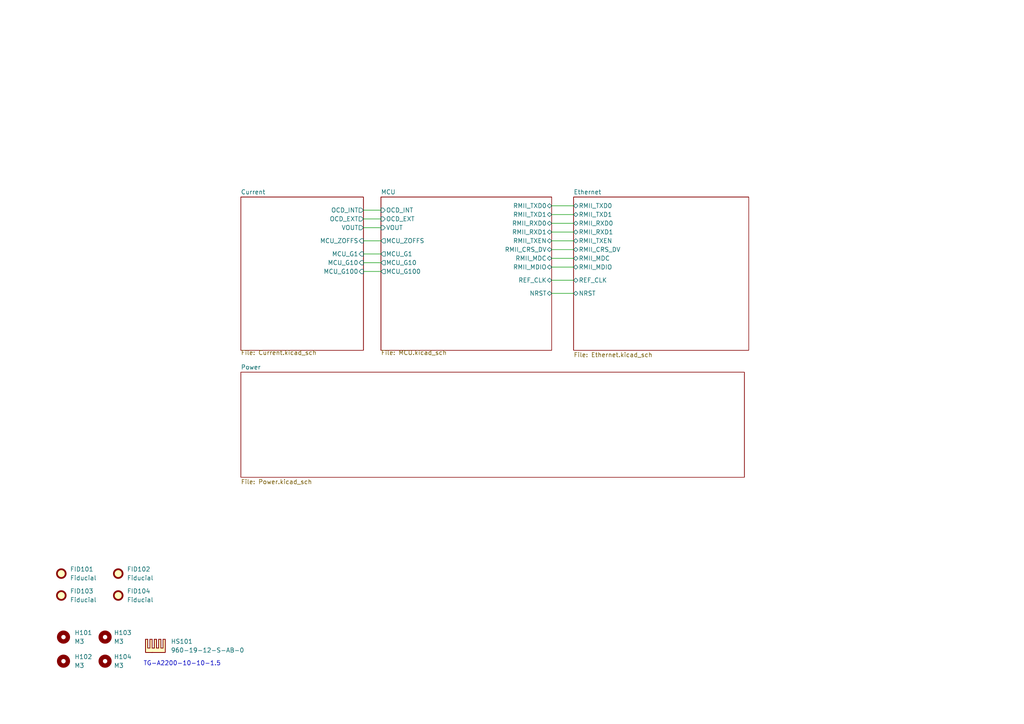
<source format=kicad_sch>
(kicad_sch
	(version 20231120)
	(generator "eeschema")
	(generator_version "8.0")
	(uuid "c9f88626-4b87-4d35-a77a-42f8d5451fae")
	(paper "A4")
	(lib_symbols
		(symbol "Mechanical:Fiducial"
			(exclude_from_sim no)
			(in_bom yes)
			(on_board yes)
			(property "Reference" "FID"
				(at 0 5.08 0)
				(effects
					(font
						(size 1.27 1.27)
					)
				)
			)
			(property "Value" "Fiducial"
				(at 0 3.175 0)
				(effects
					(font
						(size 1.27 1.27)
					)
				)
			)
			(property "Footprint" ""
				(at 0 0 0)
				(effects
					(font
						(size 1.27 1.27)
					)
					(hide yes)
				)
			)
			(property "Datasheet" "~"
				(at 0 0 0)
				(effects
					(font
						(size 1.27 1.27)
					)
					(hide yes)
				)
			)
			(property "Description" "Fiducial Marker"
				(at 0 0 0)
				(effects
					(font
						(size 1.27 1.27)
					)
					(hide yes)
				)
			)
			(property "ki_keywords" "fiducial marker"
				(at 0 0 0)
				(effects
					(font
						(size 1.27 1.27)
					)
					(hide yes)
				)
			)
			(property "ki_fp_filters" "Fiducial*"
				(at 0 0 0)
				(effects
					(font
						(size 1.27 1.27)
					)
					(hide yes)
				)
			)
			(symbol "Fiducial_0_1"
				(circle
					(center 0 0)
					(radius 1.27)
					(stroke
						(width 0.508)
						(type default)
					)
					(fill
						(type background)
					)
				)
			)
		)
		(symbol "Mechanical:Heatsink"
			(pin_names
				(offset 1.016)
			)
			(exclude_from_sim no)
			(in_bom yes)
			(on_board yes)
			(property "Reference" "HS"
				(at 0 5.08 0)
				(effects
					(font
						(size 1.27 1.27)
					)
				)
			)
			(property "Value" "Heatsink"
				(at 0 -1.27 0)
				(effects
					(font
						(size 1.27 1.27)
					)
				)
			)
			(property "Footprint" ""
				(at 0.3048 0 0)
				(effects
					(font
						(size 1.27 1.27)
					)
					(hide yes)
				)
			)
			(property "Datasheet" "~"
				(at 0.3048 0 0)
				(effects
					(font
						(size 1.27 1.27)
					)
					(hide yes)
				)
			)
			(property "Description" "Heatsink"
				(at 0 0 0)
				(effects
					(font
						(size 1.27 1.27)
					)
					(hide yes)
				)
			)
			(property "ki_keywords" "thermal heat temperature"
				(at 0 0 0)
				(effects
					(font
						(size 1.27 1.27)
					)
					(hide yes)
				)
			)
			(property "ki_fp_filters" "Heatsink_*"
				(at 0 0 0)
				(effects
					(font
						(size 1.27 1.27)
					)
					(hide yes)
				)
			)
			(symbol "Heatsink_0_1"
				(polyline
					(pts
						(xy -0.3302 1.27) (xy -0.9652 1.27) (xy -0.9652 3.81) (xy -1.6002 3.81) (xy -1.6002 1.27) (xy -2.2352 1.27)
						(xy -2.2352 3.81) (xy -2.8702 3.81) (xy -2.8702 0) (xy -0.9652 0)
					)
					(stroke
						(width 0.254)
						(type default)
					)
					(fill
						(type background)
					)
				)
				(polyline
					(pts
						(xy -0.3302 1.27) (xy -0.3302 3.81) (xy 0.3048 3.81) (xy 0.3048 1.27) (xy 0.9398 1.27) (xy 0.9398 3.81)
						(xy 1.5748 3.81) (xy 1.5748 1.27) (xy 2.2098 1.27) (xy 2.2098 3.81) (xy 2.8448 3.81) (xy 2.8448 0)
						(xy -0.9652 0)
					)
					(stroke
						(width 0.254)
						(type default)
					)
					(fill
						(type background)
					)
				)
			)
		)
		(symbol "Mechanical:MountingHole"
			(pin_names
				(offset 1.016)
			)
			(exclude_from_sim no)
			(in_bom yes)
			(on_board yes)
			(property "Reference" "H"
				(at 0 5.08 0)
				(effects
					(font
						(size 1.27 1.27)
					)
				)
			)
			(property "Value" "MountingHole"
				(at 0 3.175 0)
				(effects
					(font
						(size 1.27 1.27)
					)
				)
			)
			(property "Footprint" ""
				(at 0 0 0)
				(effects
					(font
						(size 1.27 1.27)
					)
					(hide yes)
				)
			)
			(property "Datasheet" "~"
				(at 0 0 0)
				(effects
					(font
						(size 1.27 1.27)
					)
					(hide yes)
				)
			)
			(property "Description" "Mounting Hole without connection"
				(at 0 0 0)
				(effects
					(font
						(size 1.27 1.27)
					)
					(hide yes)
				)
			)
			(property "ki_keywords" "mounting hole"
				(at 0 0 0)
				(effects
					(font
						(size 1.27 1.27)
					)
					(hide yes)
				)
			)
			(property "ki_fp_filters" "MountingHole*"
				(at 0 0 0)
				(effects
					(font
						(size 1.27 1.27)
					)
					(hide yes)
				)
			)
			(symbol "MountingHole_0_1"
				(circle
					(center 0 0)
					(radius 1.27)
					(stroke
						(width 1.27)
						(type default)
					)
					(fill
						(type none)
					)
				)
			)
		)
	)
	(wire
		(pts
			(xy 105.41 69.85) (xy 110.49 69.85)
		)
		(stroke
			(width 0)
			(type default)
		)
		(uuid "202bdd54-8d19-463c-837e-b85e384e2de7")
	)
	(wire
		(pts
			(xy 160.02 62.23) (xy 166.37 62.23)
		)
		(stroke
			(width 0)
			(type default)
		)
		(uuid "23a84b98-5c43-4be1-a573-6320ceb5bdde")
	)
	(wire
		(pts
			(xy 105.41 66.04) (xy 110.49 66.04)
		)
		(stroke
			(width 0)
			(type default)
		)
		(uuid "2bcceaf7-4f25-4f6a-86f3-6e8535f41130")
	)
	(wire
		(pts
			(xy 105.41 60.96) (xy 110.49 60.96)
		)
		(stroke
			(width 0)
			(type default)
		)
		(uuid "33375a79-3f3c-4a2c-98b6-f45cfdb5e0d1")
	)
	(wire
		(pts
			(xy 160.02 81.28) (xy 166.37 81.28)
		)
		(stroke
			(width 0)
			(type default)
		)
		(uuid "3a56f817-6952-4f4b-9845-7513e45cd4f5")
	)
	(wire
		(pts
			(xy 105.41 78.74) (xy 110.49 78.74)
		)
		(stroke
			(width 0)
			(type default)
		)
		(uuid "3cdc84fc-b43a-4197-8edb-9d1abe815ffa")
	)
	(wire
		(pts
			(xy 105.41 76.2) (xy 110.49 76.2)
		)
		(stroke
			(width 0)
			(type default)
		)
		(uuid "5c2062ff-5415-474f-ac74-579edce30286")
	)
	(wire
		(pts
			(xy 160.02 72.39) (xy 166.37 72.39)
		)
		(stroke
			(width 0)
			(type default)
		)
		(uuid "758aabef-a1bf-46ca-94ab-fcac048796e5")
	)
	(wire
		(pts
			(xy 160.02 69.85) (xy 166.37 69.85)
		)
		(stroke
			(width 0)
			(type default)
		)
		(uuid "7cb2f4a4-b3f9-4b27-9f30-f428eb3950b5")
	)
	(wire
		(pts
			(xy 105.41 63.5) (xy 110.49 63.5)
		)
		(stroke
			(width 0)
			(type default)
		)
		(uuid "923a02e0-6227-4e9f-ae75-bdaf89ce3c1c")
	)
	(wire
		(pts
			(xy 160.02 67.31) (xy 166.37 67.31)
		)
		(stroke
			(width 0)
			(type default)
		)
		(uuid "935dd96e-9e2c-4652-81a0-a19fb939382e")
	)
	(wire
		(pts
			(xy 105.41 73.66) (xy 110.49 73.66)
		)
		(stroke
			(width 0)
			(type default)
		)
		(uuid "b33317a9-ae1d-482d-8c45-e3fe2d6e9e29")
	)
	(wire
		(pts
			(xy 160.02 85.09) (xy 166.37 85.09)
		)
		(stroke
			(width 0)
			(type default)
		)
		(uuid "b34c7239-58da-4cd2-becc-68d6e3b8e367")
	)
	(wire
		(pts
			(xy 160.02 64.77) (xy 166.37 64.77)
		)
		(stroke
			(width 0)
			(type default)
		)
		(uuid "b8add09e-ade1-45a0-aa27-2c9a639019da")
	)
	(wire
		(pts
			(xy 160.02 77.47) (xy 166.37 77.47)
		)
		(stroke
			(width 0)
			(type default)
		)
		(uuid "d8133ea0-4be6-47a2-a7bb-371fc9f49148")
	)
	(wire
		(pts
			(xy 160.02 74.93) (xy 166.37 74.93)
		)
		(stroke
			(width 0)
			(type default)
		)
		(uuid "dbdc5aa6-d121-418b-a725-a1f6217394f2")
	)
	(wire
		(pts
			(xy 160.02 59.69) (xy 166.37 59.69)
		)
		(stroke
			(width 0)
			(type default)
		)
		(uuid "e765b1c5-b614-4a16-a5d0-34f7016a9dcc")
	)
	(text "TG-A2200-10-10-1.5"
		(exclude_from_sim no)
		(at 52.832 192.532 0)
		(effects
			(font
				(size 1.27 1.27)
			)
		)
		(uuid "e0c1f1b2-0bdc-4961-8b6a-1e1abf0d0d0b")
	)
	(symbol
		(lib_id "Mechanical:Fiducial")
		(at 34.29 166.37 0)
		(unit 1)
		(exclude_from_sim no)
		(in_bom no)
		(on_board yes)
		(dnp no)
		(fields_autoplaced yes)
		(uuid "4680722e-547c-42e0-96ad-699f9480c856")
		(property "Reference" "FID102"
			(at 36.83 165.0999 0)
			(effects
				(font
					(size 1.27 1.27)
				)
				(justify left)
			)
		)
		(property "Value" "Fiducial"
			(at 36.83 167.6399 0)
			(effects
				(font
					(size 1.27 1.27)
				)
				(justify left)
			)
		)
		(property "Footprint" "Fiducial:Fiducial_1.5mm_Mask3mm"
			(at 34.29 166.37 0)
			(effects
				(font
					(size 1.27 1.27)
				)
				(hide yes)
			)
		)
		(property "Datasheet" "~"
			(at 34.29 166.37 0)
			(effects
				(font
					(size 1.27 1.27)
				)
				(hide yes)
			)
		)
		(property "Description" "Fiducial Marker"
			(at 34.29 166.37 0)
			(effects
				(font
					(size 1.27 1.27)
				)
				(hide yes)
			)
		)
		(instances
			(project "ETH1HMSR-SMS"
				(path "/c9f88626-4b87-4d35-a77a-42f8d5451fae"
					(reference "FID102")
					(unit 1)
				)
			)
		)
	)
	(symbol
		(lib_id "Mechanical:MountingHole")
		(at 18.415 191.77 0)
		(unit 1)
		(exclude_from_sim no)
		(in_bom no)
		(on_board yes)
		(dnp no)
		(fields_autoplaced yes)
		(uuid "508b4510-acc4-495a-952e-4a3922327654")
		(property "Reference" "H102"
			(at 21.59 190.5 0)
			(effects
				(font
					(size 1.27 1.27)
				)
				(justify left)
			)
		)
		(property "Value" "M3"
			(at 21.59 193.04 0)
			(effects
				(font
					(size 1.27 1.27)
				)
				(justify left)
			)
		)
		(property "Footprint" "MountingHole:MountingHole_3.2mm_M3_DIN965"
			(at 18.415 191.77 0)
			(effects
				(font
					(size 1.27 1.27)
				)
				(hide yes)
			)
		)
		(property "Datasheet" "~"
			(at 18.415 191.77 0)
			(effects
				(font
					(size 1.27 1.27)
				)
				(hide yes)
			)
		)
		(property "Description" ""
			(at 18.415 191.77 0)
			(effects
				(font
					(size 1.27 1.27)
				)
				(hide yes)
			)
		)
		(instances
			(project "ETH1HMSR-SMS"
				(path "/c9f88626-4b87-4d35-a77a-42f8d5451fae"
					(reference "H102")
					(unit 1)
				)
			)
		)
	)
	(symbol
		(lib_id "Mechanical:Heatsink")
		(at 45.085 189.23 0)
		(unit 1)
		(exclude_from_sim no)
		(in_bom yes)
		(on_board yes)
		(dnp no)
		(fields_autoplaced yes)
		(uuid "6aa6577b-8aa0-42fa-9c74-f007e3854427")
		(property "Reference" "HS101"
			(at 49.53 186.055 0)
			(effects
				(font
					(size 1.27 1.27)
				)
				(justify left)
			)
		)
		(property "Value" "960-19-12-S-AB-0"
			(at 49.53 188.595 0)
			(effects
				(font
					(size 1.27 1.27)
				)
				(justify left)
			)
		)
		(property "Footprint" "ETH1HMSR-SMS:960-19-12-S-AB-0"
			(at 45.3898 189.23 0)
			(effects
				(font
					(size 1.27 1.27)
				)
				(hide yes)
			)
		)
		(property "Datasheet" "~"
			(at 45.3898 189.23 0)
			(effects
				(font
					(size 1.27 1.27)
				)
				(hide yes)
			)
		)
		(property "Description" ""
			(at 45.085 189.23 0)
			(effects
				(font
					(size 1.27 1.27)
				)
				(hide yes)
			)
		)
		(instances
			(project "ETH1HMSR-SMS"
				(path "/c9f88626-4b87-4d35-a77a-42f8d5451fae"
					(reference "HS101")
					(unit 1)
				)
			)
		)
	)
	(symbol
		(lib_id "Mechanical:Fiducial")
		(at 17.78 166.37 0)
		(unit 1)
		(exclude_from_sim no)
		(in_bom no)
		(on_board yes)
		(dnp no)
		(fields_autoplaced yes)
		(uuid "88e7e6f5-1390-454f-be4e-76d0a52e9b68")
		(property "Reference" "FID101"
			(at 20.32 165.0999 0)
			(effects
				(font
					(size 1.27 1.27)
				)
				(justify left)
			)
		)
		(property "Value" "Fiducial"
			(at 20.32 167.6399 0)
			(effects
				(font
					(size 1.27 1.27)
				)
				(justify left)
			)
		)
		(property "Footprint" "Fiducial:Fiducial_1.5mm_Mask3mm"
			(at 17.78 166.37 0)
			(effects
				(font
					(size 1.27 1.27)
				)
				(hide yes)
			)
		)
		(property "Datasheet" "~"
			(at 17.78 166.37 0)
			(effects
				(font
					(size 1.27 1.27)
				)
				(hide yes)
			)
		)
		(property "Description" "Fiducial Marker"
			(at 17.78 166.37 0)
			(effects
				(font
					(size 1.27 1.27)
				)
				(hide yes)
			)
		)
		(instances
			(project "ETH1HMSR-SMS"
				(path "/c9f88626-4b87-4d35-a77a-42f8d5451fae"
					(reference "FID101")
					(unit 1)
				)
			)
		)
	)
	(symbol
		(lib_id "Mechanical:Fiducial")
		(at 17.78 172.72 0)
		(unit 1)
		(exclude_from_sim no)
		(in_bom no)
		(on_board yes)
		(dnp no)
		(fields_autoplaced yes)
		(uuid "96fbfaef-f878-4520-944b-384346c67183")
		(property "Reference" "FID103"
			(at 20.32 171.4499 0)
			(effects
				(font
					(size 1.27 1.27)
				)
				(justify left)
			)
		)
		(property "Value" "Fiducial"
			(at 20.32 173.9899 0)
			(effects
				(font
					(size 1.27 1.27)
				)
				(justify left)
			)
		)
		(property "Footprint" "Fiducial:Fiducial_1.5mm_Mask3mm"
			(at 17.78 172.72 0)
			(effects
				(font
					(size 1.27 1.27)
				)
				(hide yes)
			)
		)
		(property "Datasheet" "~"
			(at 17.78 172.72 0)
			(effects
				(font
					(size 1.27 1.27)
				)
				(hide yes)
			)
		)
		(property "Description" "Fiducial Marker"
			(at 17.78 172.72 0)
			(effects
				(font
					(size 1.27 1.27)
				)
				(hide yes)
			)
		)
		(instances
			(project "ETH1HMSR-SMS"
				(path "/c9f88626-4b87-4d35-a77a-42f8d5451fae"
					(reference "FID103")
					(unit 1)
				)
			)
		)
	)
	(symbol
		(lib_id "Mechanical:Fiducial")
		(at 34.29 172.72 0)
		(unit 1)
		(exclude_from_sim no)
		(in_bom no)
		(on_board yes)
		(dnp no)
		(fields_autoplaced yes)
		(uuid "e2c99420-91ce-4da8-b76e-a51019726369")
		(property "Reference" "FID104"
			(at 36.83 171.4499 0)
			(effects
				(font
					(size 1.27 1.27)
				)
				(justify left)
			)
		)
		(property "Value" "Fiducial"
			(at 36.83 173.9899 0)
			(effects
				(font
					(size 1.27 1.27)
				)
				(justify left)
			)
		)
		(property "Footprint" "Fiducial:Fiducial_1.5mm_Mask3mm"
			(at 34.29 172.72 0)
			(effects
				(font
					(size 1.27 1.27)
				)
				(hide yes)
			)
		)
		(property "Datasheet" "~"
			(at 34.29 172.72 0)
			(effects
				(font
					(size 1.27 1.27)
				)
				(hide yes)
			)
		)
		(property "Description" "Fiducial Marker"
			(at 34.29 172.72 0)
			(effects
				(font
					(size 1.27 1.27)
				)
				(hide yes)
			)
		)
		(instances
			(project "ETH1HMSR-SMS"
				(path "/c9f88626-4b87-4d35-a77a-42f8d5451fae"
					(reference "FID104")
					(unit 1)
				)
			)
		)
	)
	(symbol
		(lib_id "Mechanical:MountingHole")
		(at 18.415 184.785 0)
		(unit 1)
		(exclude_from_sim no)
		(in_bom no)
		(on_board yes)
		(dnp no)
		(fields_autoplaced yes)
		(uuid "e90fc965-04a9-4197-88c1-5163b0a3eb40")
		(property "Reference" "H101"
			(at 21.59 183.515 0)
			(effects
				(font
					(size 1.27 1.27)
				)
				(justify left)
			)
		)
		(property "Value" "M3"
			(at 21.59 186.055 0)
			(effects
				(font
					(size 1.27 1.27)
				)
				(justify left)
			)
		)
		(property "Footprint" "MountingHole:MountingHole_3.2mm_M3_DIN965"
			(at 18.415 184.785 0)
			(effects
				(font
					(size 1.27 1.27)
				)
				(hide yes)
			)
		)
		(property "Datasheet" "~"
			(at 18.415 184.785 0)
			(effects
				(font
					(size 1.27 1.27)
				)
				(hide yes)
			)
		)
		(property "Description" ""
			(at 18.415 184.785 0)
			(effects
				(font
					(size 1.27 1.27)
				)
				(hide yes)
			)
		)
		(instances
			(project "ETH1HMSR-SMS"
				(path "/c9f88626-4b87-4d35-a77a-42f8d5451fae"
					(reference "H101")
					(unit 1)
				)
			)
		)
	)
	(symbol
		(lib_id "Mechanical:MountingHole")
		(at 30.48 184.785 0)
		(unit 1)
		(exclude_from_sim no)
		(in_bom no)
		(on_board yes)
		(dnp no)
		(uuid "fb771fc7-8031-412e-af9d-b5fde621373f")
		(property "Reference" "H103"
			(at 33.02 183.515 0)
			(effects
				(font
					(size 1.27 1.27)
				)
				(justify left)
			)
		)
		(property "Value" "M3"
			(at 33.02 186.055 0)
			(effects
				(font
					(size 1.27 1.27)
				)
				(justify left)
			)
		)
		(property "Footprint" "MountingHole:MountingHole_3.2mm_M3_DIN965_Pad"
			(at 30.48 184.785 0)
			(effects
				(font
					(size 1.27 1.27)
				)
				(hide yes)
			)
		)
		(property "Datasheet" "~"
			(at 30.48 184.785 0)
			(effects
				(font
					(size 1.27 1.27)
				)
				(hide yes)
			)
		)
		(property "Description" ""
			(at 30.48 184.785 0)
			(effects
				(font
					(size 1.27 1.27)
				)
				(hide yes)
			)
		)
		(instances
			(project "ETH1HMSR-SMS"
				(path "/c9f88626-4b87-4d35-a77a-42f8d5451fae"
					(reference "H103")
					(unit 1)
				)
			)
		)
	)
	(symbol
		(lib_id "Mechanical:MountingHole")
		(at 30.48 191.77 0)
		(unit 1)
		(exclude_from_sim no)
		(in_bom no)
		(on_board yes)
		(dnp no)
		(fields_autoplaced yes)
		(uuid "fcf00803-c1ae-4932-a64f-224c623711a8")
		(property "Reference" "H104"
			(at 33.02 190.5 0)
			(effects
				(font
					(size 1.27 1.27)
				)
				(justify left)
			)
		)
		(property "Value" "M3"
			(at 33.02 193.04 0)
			(effects
				(font
					(size 1.27 1.27)
				)
				(justify left)
			)
		)
		(property "Footprint" "MountingHole:MountingHole_3.2mm_M3_DIN965_Pad"
			(at 30.48 191.77 0)
			(effects
				(font
					(size 1.27 1.27)
				)
				(hide yes)
			)
		)
		(property "Datasheet" "~"
			(at 30.48 191.77 0)
			(effects
				(font
					(size 1.27 1.27)
				)
				(hide yes)
			)
		)
		(property "Description" ""
			(at 30.48 191.77 0)
			(effects
				(font
					(size 1.27 1.27)
				)
				(hide yes)
			)
		)
		(instances
			(project "ETH1HMSR-SMS"
				(path "/c9f88626-4b87-4d35-a77a-42f8d5451fae"
					(reference "H104")
					(unit 1)
				)
			)
		)
	)
	(sheet
		(at 69.85 107.95)
		(size 146.05 30.48)
		(fields_autoplaced yes)
		(stroke
			(width 0.1524)
			(type solid)
		)
		(fill
			(color 0 0 0 0.0000)
		)
		(uuid "059cbaa1-f18b-4c74-8277-7241d6693d0e")
		(property "Sheetname" "Power"
			(at 69.85 107.2384 0)
			(effects
				(font
					(size 1.27 1.27)
				)
				(justify left bottom)
			)
		)
		(property "Sheetfile" "Power.kicad_sch"
			(at 69.85 139.0146 0)
			(effects
				(font
					(size 1.27 1.27)
				)
				(justify left top)
			)
		)
		(instances
			(project "ETH1HMSR-SMS"
				(path "/c9f88626-4b87-4d35-a77a-42f8d5451fae"
					(page "2")
				)
			)
		)
	)
	(sheet
		(at 166.37 57.15)
		(size 50.8 44.45)
		(fields_autoplaced yes)
		(stroke
			(width 0.1524)
			(type solid)
		)
		(fill
			(color 0 0 0 0.0000)
		)
		(uuid "6cffac93-e144-4206-a1fa-eb6db2a641b5")
		(property "Sheetname" "Ethernet"
			(at 166.37 56.4384 0)
			(effects
				(font
					(size 1.27 1.27)
				)
				(justify left bottom)
			)
		)
		(property "Sheetfile" "Ethernet.kicad_sch"
			(at 166.37 102.1846 0)
			(effects
				(font
					(size 1.27 1.27)
				)
				(justify left top)
			)
		)
		(pin "RMII_TXD1" bidirectional
			(at 166.37 62.23 180)
			(effects
				(font
					(size 1.27 1.27)
				)
				(justify left)
			)
			(uuid "ae20f66d-f918-47fc-98a4-ca1bf631d734")
		)
		(pin "RMII_TXD0" bidirectional
			(at 166.37 59.69 180)
			(effects
				(font
					(size 1.27 1.27)
				)
				(justify left)
			)
			(uuid "bab2efcc-f9b5-4627-bd60-0c2b40bca1e3")
		)
		(pin "RMII_TXEN" bidirectional
			(at 166.37 69.85 180)
			(effects
				(font
					(size 1.27 1.27)
				)
				(justify left)
			)
			(uuid "36e8f5ee-aa76-4330-af4a-4927e36f826b")
		)
		(pin "REF_CLK" bidirectional
			(at 166.37 81.28 180)
			(effects
				(font
					(size 1.27 1.27)
				)
				(justify left)
			)
			(uuid "2eac18a7-ad78-4c58-80ba-c5883b994943")
		)
		(pin "RMII_MDIO" bidirectional
			(at 166.37 77.47 180)
			(effects
				(font
					(size 1.27 1.27)
				)
				(justify left)
			)
			(uuid "61e1c53a-b9c9-43c2-8b81-c7d9fe9182f1")
		)
		(pin "RMII_CRS_DV" bidirectional
			(at 166.37 72.39 180)
			(effects
				(font
					(size 1.27 1.27)
				)
				(justify left)
			)
			(uuid "ce7992d9-4387-405a-ad61-7d21c21c7ad4")
		)
		(pin "RMII_RXD1" bidirectional
			(at 166.37 67.31 180)
			(effects
				(font
					(size 1.27 1.27)
				)
				(justify left)
			)
			(uuid "2065df38-f77f-41bb-803f-2143ec9d1963")
		)
		(pin "RMII_MDC" bidirectional
			(at 166.37 74.93 180)
			(effects
				(font
					(size 1.27 1.27)
				)
				(justify left)
			)
			(uuid "24939151-ac81-4f4b-bfe1-4639baad33af")
		)
		(pin "NRST" bidirectional
			(at 166.37 85.09 180)
			(effects
				(font
					(size 1.27 1.27)
				)
				(justify left)
			)
			(uuid "059535e2-27f4-4d0b-ae02-d304be7bec4b")
		)
		(pin "RMII_RXD0" bidirectional
			(at 166.37 64.77 180)
			(effects
				(font
					(size 1.27 1.27)
				)
				(justify left)
			)
			(uuid "0670dbb6-7886-4f3c-9f90-973983752bfa")
		)
		(instances
			(project "ETH1HMSR-SMS"
				(path "/c9f88626-4b87-4d35-a77a-42f8d5451fae"
					(page "3")
				)
			)
		)
	)
	(sheet
		(at 69.85 57.15)
		(size 35.56 44.45)
		(fields_autoplaced yes)
		(stroke
			(width 0.1524)
			(type solid)
		)
		(fill
			(color 0 0 0 0.0000)
		)
		(uuid "8dfd4c12-3529-4a72-b88a-512bc6c6279a")
		(property "Sheetname" "Current"
			(at 69.85 56.4384 0)
			(effects
				(font
					(size 1.27 1.27)
				)
				(justify left bottom)
			)
		)
		(property "Sheetfile" "Current.kicad_sch"
			(at 69.85 101.5496 0)
			(effects
				(font
					(size 1.27 1.27)
				)
				(justify left top)
			)
		)
		(pin "OCD_INT" output
			(at 105.41 60.96 0)
			(effects
				(font
					(size 1.27 1.27)
				)
				(justify right)
			)
			(uuid "5a7fbc2e-b547-4816-8077-fedfe7cec6c2")
		)
		(pin "OCD_EXT" output
			(at 105.41 63.5 0)
			(effects
				(font
					(size 1.27 1.27)
				)
				(justify right)
			)
			(uuid "af4fafce-8ff1-4f3e-947e-c57e18956485")
		)
		(pin "MCU_ZOFFS" input
			(at 105.41 69.85 0)
			(effects
				(font
					(size 1.27 1.27)
				)
				(justify right)
			)
			(uuid "fc740fc3-3f54-483d-aff5-2752a4b56dfa")
		)
		(pin "VOUT" output
			(at 105.41 66.04 0)
			(effects
				(font
					(size 1.27 1.27)
				)
				(justify right)
			)
			(uuid "39118984-c88f-4d0c-a7e3-744f2026aa9a")
		)
		(pin "MCU_G1" input
			(at 105.41 73.66 0)
			(effects
				(font
					(size 1.27 1.27)
				)
				(justify right)
			)
			(uuid "d532b7f9-571f-47f0-9583-378f8aab1ce6")
		)
		(pin "MCU_G10" input
			(at 105.41 76.2 0)
			(effects
				(font
					(size 1.27 1.27)
				)
				(justify right)
			)
			(uuid "0a892590-97f8-41fe-8151-d2944539e004")
		)
		(pin "MCU_G100" input
			(at 105.41 78.74 0)
			(effects
				(font
					(size 1.27 1.27)
				)
				(justify right)
			)
			(uuid "dcb19801-8911-4831-be58-cf503a67f477")
		)
		(instances
			(project "ETH1HMSR-SMS"
				(path "/c9f88626-4b87-4d35-a77a-42f8d5451fae"
					(page "5")
				)
			)
		)
	)
	(sheet
		(at 110.49 57.15)
		(size 49.53 44.45)
		(fields_autoplaced yes)
		(stroke
			(width 0.1524)
			(type solid)
		)
		(fill
			(color 0 0 0 0.0000)
		)
		(uuid "b5799081-919e-4d88-9f68-c3d7000bcf73")
		(property "Sheetname" "MCU"
			(at 110.49 56.4384 0)
			(effects
				(font
					(size 1.27 1.27)
				)
				(justify left bottom)
			)
		)
		(property "Sheetfile" "MCU.kicad_sch"
			(at 110.49 101.5496 0)
			(effects
				(font
					(size 1.27 1.27)
				)
				(justify left top)
			)
		)
		(pin "RMII_TXD0" bidirectional
			(at 160.02 59.69 0)
			(effects
				(font
					(size 1.27 1.27)
				)
				(justify right)
			)
			(uuid "d417489d-8efd-46b4-8b34-0ea80245a618")
		)
		(pin "RMII_TXEN" bidirectional
			(at 160.02 69.85 0)
			(effects
				(font
					(size 1.27 1.27)
				)
				(justify right)
			)
			(uuid "0800cfe0-8df9-42d7-a4fa-26a8c597870c")
		)
		(pin "RMII_TXD1" bidirectional
			(at 160.02 62.23 0)
			(effects
				(font
					(size 1.27 1.27)
				)
				(justify right)
			)
			(uuid "32c640d5-7abc-48bf-9886-f8b38129cb92")
		)
		(pin "RMII_RXD1" bidirectional
			(at 160.02 67.31 0)
			(effects
				(font
					(size 1.27 1.27)
				)
				(justify right)
			)
			(uuid "b4404cdf-5820-45f7-a198-5eb43f15d361")
		)
		(pin "RMII_RXD0" bidirectional
			(at 160.02 64.77 0)
			(effects
				(font
					(size 1.27 1.27)
				)
				(justify right)
			)
			(uuid "169cba42-3376-424c-8786-41295b276acf")
		)
		(pin "RMII_MDC" bidirectional
			(at 160.02 74.93 0)
			(effects
				(font
					(size 1.27 1.27)
				)
				(justify right)
			)
			(uuid "2b905312-4938-4146-8c87-339fc8ab57d4")
		)
		(pin "RMII_MDIO" bidirectional
			(at 160.02 77.47 0)
			(effects
				(font
					(size 1.27 1.27)
				)
				(justify right)
			)
			(uuid "dac6a472-b2aa-42f4-be4a-7fdf31c6e6ee")
		)
		(pin "RMII_CRS_DV" bidirectional
			(at 160.02 72.39 0)
			(effects
				(font
					(size 1.27 1.27)
				)
				(justify right)
			)
			(uuid "d2550066-ff00-4d7f-891a-efae6573b874")
		)
		(pin "REF_CLK" bidirectional
			(at 160.02 81.28 0)
			(effects
				(font
					(size 1.27 1.27)
				)
				(justify right)
			)
			(uuid "3a82086c-2360-4b1d-99f3-649e139eee0d")
		)
		(pin "NRST" bidirectional
			(at 160.02 85.09 0)
			(effects
				(font
					(size 1.27 1.27)
				)
				(justify right)
			)
			(uuid "5e03d385-39c9-456e-98cd-0ea98b0da0c1")
		)
		(pin "VOUT" input
			(at 110.49 66.04 180)
			(effects
				(font
					(size 1.27 1.27)
				)
				(justify left)
			)
			(uuid "92933272-4e79-488b-ac18-883471b10f20")
		)
		(pin "MCU_ZOFFS" output
			(at 110.49 69.85 180)
			(effects
				(font
					(size 1.27 1.27)
				)
				(justify left)
			)
			(uuid "ce0cce06-7810-4d62-ac32-7401cbe2c73e")
		)
		(pin "MCU_G1" output
			(at 110.49 73.66 180)
			(effects
				(font
					(size 1.27 1.27)
				)
				(justify left)
			)
			(uuid "2ef84856-e50c-49a1-8492-f77047a05c37")
		)
		(pin "MCU_G10" output
			(at 110.49 76.2 180)
			(effects
				(font
					(size 1.27 1.27)
				)
				(justify left)
			)
			(uuid "f1dc2801-a8a0-46a7-8d7e-ff10321ac032")
		)
		(pin "MCU_G100" output
			(at 110.49 78.74 180)
			(effects
				(font
					(size 1.27 1.27)
				)
				(justify left)
			)
			(uuid "18e4d735-6f64-49cb-baf3-69d105b623f7")
		)
		(pin "OCD_EXT" input
			(at 110.49 63.5 180)
			(effects
				(font
					(size 1.27 1.27)
				)
				(justify left)
			)
			(uuid "212ec16f-2295-4547-af6a-835c5b55ad28")
		)
		(pin "OCD_INT" input
			(at 110.49 60.96 180)
			(effects
				(font
					(size 1.27 1.27)
				)
				(justify left)
			)
			(uuid "64766471-7380-4fa3-afa7-ee759df09225")
		)
		(instances
			(project "ETH1HMSR-SMS"
				(path "/c9f88626-4b87-4d35-a77a-42f8d5451fae"
					(page "4")
				)
			)
		)
	)
	(sheet_instances
		(path "/"
			(page "1")
		)
	)
)

</source>
